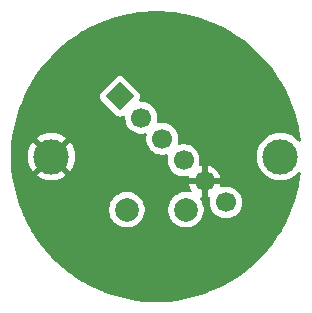
<source format=gbr>
%TF.GenerationSoftware,KiCad,Pcbnew,9.0.6-9.0.6~ubuntu24.04.1*%
%TF.CreationDate,2025-12-16T20:38:12-08:00*%
%TF.ProjectId,Shy_Beeper,5368795f-4265-4657-9065-722e6b696361,rev?*%
%TF.SameCoordinates,Original*%
%TF.FileFunction,Copper,L1,Top*%
%TF.FilePolarity,Positive*%
%FSLAX46Y46*%
G04 Gerber Fmt 4.6, Leading zero omitted, Abs format (unit mm)*
G04 Created by KiCad (PCBNEW 9.0.6-9.0.6~ubuntu24.04.1) date 2025-12-16 20:38:12*
%MOMM*%
%LPD*%
G01*
G04 APERTURE LIST*
G04 Aperture macros list*
%AMRotRect*
0 Rectangle, with rotation*
0 The origin of the aperture is its center*
0 $1 length*
0 $2 width*
0 $3 Rotation angle, in degrees counterclockwise*
0 Add horizontal line*
21,1,$1,$2,0,0,$3*%
G04 Aperture macros list end*
%TA.AperFunction,ComponentPad*%
%ADD10RotRect,1.700000X1.700000X45.000000*%
%TD*%
%TA.AperFunction,ComponentPad*%
%ADD11C,1.700000*%
%TD*%
%TA.AperFunction,ComponentPad*%
%ADD12C,2.000000*%
%TD*%
%TA.AperFunction,ComponentPad*%
%ADD13C,3.000000*%
%TD*%
%TA.AperFunction,ViaPad*%
%ADD14C,0.600000*%
%TD*%
G04 APERTURE END LIST*
D10*
%TO.P,J1,1,Pin_1*%
%TO.N,/MOSI*%
X146907898Y-94907898D03*
D11*
%TO.P,J1,2,Pin_2*%
%TO.N,/MISO*%
X148703949Y-96703949D03*
%TO.P,J1,3,Pin_3*%
%TO.N,/SCK*%
X150500000Y-98500000D03*
%TO.P,J1,4,Pin_4*%
%TO.N,/SS*%
X152296052Y-100296052D03*
%TO.P,J1,5,Pin_5*%
%TO.N,GND*%
X154092103Y-102092103D03*
%TO.P,J1,6,Pin_6*%
%TO.N,+3V0*%
X155888154Y-103888154D03*
%TD*%
D12*
%TO.P,BZ1,2*%
%TO.N,Net-(U1-PB4)*%
X147500000Y-104500000D03*
%TO.P,BZ1,1*%
%TO.N,Net-(U1-PB3)*%
X152500000Y-104500000D03*
%TD*%
D13*
%TO.P,BT1,1,+*%
%TO.N,+3V0*%
X160500000Y-100000000D03*
%TO.P,BT1,2,-*%
%TO.N,GND*%
X141100000Y-100000000D03*
%TD*%
D14*
%TO.N,GND*%
X145000000Y-110000000D03*
X147500000Y-110000000D03*
X150000000Y-110000000D03*
X152500000Y-110000000D03*
X155000000Y-110000000D03*
X160000000Y-102500000D03*
X160000000Y-105000000D03*
X157500000Y-105000000D03*
X157500000Y-107500000D03*
X155000000Y-107500000D03*
X152500000Y-107500000D03*
X150000000Y-107500000D03*
X147500000Y-107500000D03*
X145000000Y-107500000D03*
X142500000Y-107500000D03*
X140000000Y-105000000D03*
X142500000Y-105000000D03*
X145000000Y-105000000D03*
X147500000Y-102500000D03*
X150000000Y-102500000D03*
X150000000Y-100000000D03*
X147500000Y-100000000D03*
X145000000Y-100000000D03*
X145000000Y-102500000D03*
X142500000Y-102500000D03*
X140000000Y-102500000D03*
X140000000Y-97500000D03*
X155000000Y-90000000D03*
X152500000Y-90000000D03*
X145000000Y-90000000D03*
X145000000Y-92500000D03*
X145000000Y-97500000D03*
X153882737Y-99149932D03*
X154627303Y-99559785D03*
%TD*%
%TA.AperFunction,Conductor*%
%TO.N,GND*%
G36*
X150348960Y-87686541D02*
G01*
X151031916Y-87724894D01*
X151038832Y-87725478D01*
X151718572Y-87802067D01*
X151725404Y-87803031D01*
X152399824Y-87917620D01*
X152406578Y-87918963D01*
X153073496Y-88071182D01*
X153080189Y-88072908D01*
X153737516Y-88262281D01*
X153744111Y-88264384D01*
X154389778Y-88490311D01*
X154396242Y-88492779D01*
X155028215Y-88754551D01*
X155034547Y-88757384D01*
X155650839Y-89054175D01*
X155657010Y-89057363D01*
X156255680Y-89388237D01*
X156261671Y-89391771D01*
X156840845Y-89755690D01*
X156846622Y-89759550D01*
X157404506Y-90155389D01*
X157410030Y-90159546D01*
X157944838Y-90586042D01*
X157950132Y-90590513D01*
X158460186Y-91046324D01*
X158465240Y-91051103D01*
X158948896Y-91534759D01*
X158953675Y-91539813D01*
X159409478Y-92049857D01*
X159413960Y-92055165D01*
X159840448Y-92589963D01*
X159844623Y-92595510D01*
X160240445Y-93153371D01*
X160244309Y-93159154D01*
X160608228Y-93738328D01*
X160611762Y-93744319D01*
X160942636Y-94342989D01*
X160945828Y-94349168D01*
X161242611Y-94965444D01*
X161245452Y-94971793D01*
X161507213Y-95603740D01*
X161509694Y-95610239D01*
X161735610Y-96255872D01*
X161737722Y-96262498D01*
X161927086Y-96919793D01*
X161928823Y-96926528D01*
X162052841Y-97469890D01*
X162081028Y-97593383D01*
X162082385Y-97600205D01*
X162196964Y-98274568D01*
X162197936Y-98281456D01*
X162233197Y-98594409D01*
X162221143Y-98663230D01*
X162173793Y-98714610D01*
X162106183Y-98732234D01*
X162039777Y-98710507D01*
X162011605Y-98683782D01*
X162007282Y-98678149D01*
X162007278Y-98678145D01*
X162007275Y-98678141D01*
X161821860Y-98492726D01*
X161821851Y-98492718D01*
X161613803Y-98333075D01*
X161386700Y-98201958D01*
X161386690Y-98201953D01*
X161144428Y-98101605D01*
X161144421Y-98101603D01*
X161144419Y-98101602D01*
X160891116Y-98033730D01*
X160833339Y-98026123D01*
X160631127Y-97999500D01*
X160631120Y-97999500D01*
X160368880Y-97999500D01*
X160368872Y-97999500D01*
X160137772Y-98029926D01*
X160108884Y-98033730D01*
X159855581Y-98101602D01*
X159855571Y-98101605D01*
X159613309Y-98201953D01*
X159613299Y-98201958D01*
X159386196Y-98333075D01*
X159178148Y-98492718D01*
X158992718Y-98678148D01*
X158833075Y-98886196D01*
X158701958Y-99113299D01*
X158701953Y-99113309D01*
X158601605Y-99355571D01*
X158601602Y-99355581D01*
X158533730Y-99608884D01*
X158533716Y-99608990D01*
X158499500Y-99868872D01*
X158499500Y-100131127D01*
X158526123Y-100333339D01*
X158533730Y-100391116D01*
X158595656Y-100622228D01*
X158601602Y-100644418D01*
X158601605Y-100644428D01*
X158701953Y-100886690D01*
X158701958Y-100886700D01*
X158833075Y-101113803D01*
X158992718Y-101321851D01*
X158992726Y-101321860D01*
X159178140Y-101507274D01*
X159178148Y-101507281D01*
X159386196Y-101666924D01*
X159613299Y-101798041D01*
X159613309Y-101798046D01*
X159855571Y-101898394D01*
X159855581Y-101898398D01*
X160108884Y-101966270D01*
X160357188Y-101998960D01*
X160365074Y-101999999D01*
X160368880Y-102000500D01*
X160368887Y-102000500D01*
X160631113Y-102000500D01*
X160631120Y-102000500D01*
X160891116Y-101966270D01*
X161144419Y-101898398D01*
X161386697Y-101798043D01*
X161613803Y-101666924D01*
X161821851Y-101507282D01*
X161821855Y-101507277D01*
X161821860Y-101507274D01*
X162007274Y-101321860D01*
X162007278Y-101321855D01*
X162007282Y-101321851D01*
X162011600Y-101316223D01*
X162068024Y-101275020D01*
X162137770Y-101270862D01*
X162198692Y-101305071D01*
X162231447Y-101366787D01*
X162233197Y-101405590D01*
X162197936Y-101718543D01*
X162196964Y-101725431D01*
X162082385Y-102399794D01*
X162081028Y-102406612D01*
X162046469Y-102558028D01*
X161928823Y-103073471D01*
X161927086Y-103080206D01*
X161737722Y-103737501D01*
X161735610Y-103744127D01*
X161509694Y-104389760D01*
X161507213Y-104396259D01*
X161245452Y-105028206D01*
X161242611Y-105034555D01*
X160945828Y-105650831D01*
X160942636Y-105657010D01*
X160611762Y-106255680D01*
X160608228Y-106261671D01*
X160244309Y-106840845D01*
X160240445Y-106846628D01*
X159844623Y-107404489D01*
X159840440Y-107410047D01*
X159413965Y-107944828D01*
X159409478Y-107950142D01*
X158953675Y-108460186D01*
X158948896Y-108465240D01*
X158465240Y-108948896D01*
X158460186Y-108953675D01*
X157950142Y-109409478D01*
X157944828Y-109413965D01*
X157410047Y-109840440D01*
X157404489Y-109844623D01*
X156846628Y-110240445D01*
X156840845Y-110244309D01*
X156261671Y-110608228D01*
X156255680Y-110611762D01*
X155657010Y-110942636D01*
X155650831Y-110945828D01*
X155034555Y-111242611D01*
X155028206Y-111245452D01*
X154396259Y-111507213D01*
X154389760Y-111509694D01*
X153744127Y-111735610D01*
X153737501Y-111737722D01*
X153080206Y-111927086D01*
X153073471Y-111928823D01*
X152406616Y-112081028D01*
X152399794Y-112082385D01*
X151725431Y-112196964D01*
X151718544Y-112197936D01*
X151038839Y-112274520D01*
X151031908Y-112275105D01*
X150348960Y-112313459D01*
X150342007Y-112313654D01*
X149657993Y-112313654D01*
X149651040Y-112313459D01*
X148968091Y-112275105D01*
X148961160Y-112274520D01*
X148281455Y-112197936D01*
X148274568Y-112196964D01*
X147937386Y-112139674D01*
X147600202Y-112082384D01*
X147593394Y-112081030D01*
X146926528Y-111928823D01*
X146919793Y-111927086D01*
X146262498Y-111737722D01*
X146255872Y-111735610D01*
X145610239Y-111509694D01*
X145603740Y-111507213D01*
X144971793Y-111245452D01*
X144965444Y-111242611D01*
X144349168Y-110945828D01*
X144342989Y-110942636D01*
X143744319Y-110611762D01*
X143738328Y-110608228D01*
X143159154Y-110244309D01*
X143153371Y-110240445D01*
X142744956Y-109950660D01*
X142595499Y-109844614D01*
X142589963Y-109840448D01*
X142055165Y-109413960D01*
X142049857Y-109409478D01*
X141539813Y-108953675D01*
X141534759Y-108948896D01*
X141051103Y-108465240D01*
X141046324Y-108460186D01*
X140590521Y-107950142D01*
X140586034Y-107944828D01*
X140159546Y-107410030D01*
X140155389Y-107404506D01*
X139759550Y-106846622D01*
X139755690Y-106840845D01*
X139753530Y-106837408D01*
X139631800Y-106643676D01*
X139391771Y-106261671D01*
X139388237Y-106255680D01*
X139057363Y-105657010D01*
X139054171Y-105650831D01*
X139051130Y-105644517D01*
X138757384Y-105034547D01*
X138754547Y-105028206D01*
X138709005Y-104918258D01*
X138492784Y-104396254D01*
X138490311Y-104389778D01*
X138487555Y-104381902D01*
X145999500Y-104381902D01*
X145999500Y-104618097D01*
X146036446Y-104851368D01*
X146109433Y-105075996D01*
X146192312Y-105238654D01*
X146216657Y-105286433D01*
X146355483Y-105477510D01*
X146522490Y-105644517D01*
X146713567Y-105783343D01*
X146812991Y-105834002D01*
X146924003Y-105890566D01*
X146924005Y-105890566D01*
X146924008Y-105890568D01*
X147044412Y-105929689D01*
X147148631Y-105963553D01*
X147381903Y-106000500D01*
X147381908Y-106000500D01*
X147618097Y-106000500D01*
X147851368Y-105963553D01*
X148075992Y-105890568D01*
X148286433Y-105783343D01*
X148477510Y-105644517D01*
X148644517Y-105477510D01*
X148783343Y-105286433D01*
X148890568Y-105075992D01*
X148963553Y-104851368D01*
X148976767Y-104767940D01*
X149000500Y-104618097D01*
X149000500Y-104381902D01*
X148963553Y-104148631D01*
X148890566Y-103924003D01*
X148834002Y-103812991D01*
X148783343Y-103713567D01*
X148644517Y-103522490D01*
X148477510Y-103355483D01*
X148286433Y-103216657D01*
X148075996Y-103109433D01*
X147851368Y-103036446D01*
X147618097Y-102999500D01*
X147618092Y-102999500D01*
X147381908Y-102999500D01*
X147381903Y-102999500D01*
X147148631Y-103036446D01*
X146924003Y-103109433D01*
X146713566Y-103216657D01*
X146604550Y-103295862D01*
X146522490Y-103355483D01*
X146522488Y-103355485D01*
X146522487Y-103355485D01*
X146355485Y-103522487D01*
X146355485Y-103522488D01*
X146355483Y-103522490D01*
X146319574Y-103571914D01*
X146216657Y-103713566D01*
X146109433Y-103924003D01*
X146036446Y-104148631D01*
X145999500Y-104381902D01*
X138487555Y-104381902D01*
X138264384Y-103744111D01*
X138262277Y-103737501D01*
X138072908Y-103080189D01*
X138071182Y-103073496D01*
X137918963Y-102406578D01*
X137917620Y-102399824D01*
X137803031Y-101725404D01*
X137802067Y-101718572D01*
X137725478Y-101038832D01*
X137724894Y-101031908D01*
X137724602Y-101026714D01*
X137686541Y-100348960D01*
X137686346Y-100342007D01*
X137686346Y-99868905D01*
X139100000Y-99868905D01*
X139100000Y-100131094D01*
X139134220Y-100391009D01*
X139134222Y-100391020D01*
X139202075Y-100644255D01*
X139302404Y-100886471D01*
X139302409Y-100886482D01*
X139433488Y-101113516D01*
X139433494Y-101113524D01*
X139520080Y-101226365D01*
X140617037Y-100129408D01*
X140634075Y-100192993D01*
X140699901Y-100307007D01*
X140792993Y-100400099D01*
X140907007Y-100465925D01*
X140970590Y-100482962D01*
X139873633Y-101579917D01*
X139873633Y-101579918D01*
X139986475Y-101666505D01*
X139986483Y-101666511D01*
X140213517Y-101797590D01*
X140213528Y-101797595D01*
X140455744Y-101897924D01*
X140708979Y-101965777D01*
X140708990Y-101965779D01*
X140968905Y-101999999D01*
X140968920Y-102000000D01*
X141231080Y-102000000D01*
X141231094Y-101999999D01*
X141491009Y-101965779D01*
X141491020Y-101965777D01*
X141744255Y-101897924D01*
X141986471Y-101797595D01*
X141986482Y-101797590D01*
X142213516Y-101666511D01*
X142213534Y-101666499D01*
X142326365Y-101579919D01*
X142326365Y-101579917D01*
X141229409Y-100482962D01*
X141292993Y-100465925D01*
X141407007Y-100400099D01*
X141500099Y-100307007D01*
X141565925Y-100192993D01*
X141582962Y-100129410D01*
X142679917Y-101226365D01*
X142679919Y-101226365D01*
X142766499Y-101113534D01*
X142766511Y-101113516D01*
X142897590Y-100886482D01*
X142897595Y-100886471D01*
X142997924Y-100644255D01*
X143065777Y-100391020D01*
X143065779Y-100391009D01*
X143099999Y-100131094D01*
X143100000Y-100131080D01*
X143100000Y-99868919D01*
X143099999Y-99868905D01*
X143065779Y-99608990D01*
X143065777Y-99608979D01*
X142997924Y-99355744D01*
X142897595Y-99113528D01*
X142897590Y-99113517D01*
X142766511Y-98886483D01*
X142766505Y-98886475D01*
X142679918Y-98773633D01*
X142679917Y-98773633D01*
X141582962Y-99870588D01*
X141565925Y-99807007D01*
X141500099Y-99692993D01*
X141407007Y-99599901D01*
X141292993Y-99534075D01*
X141229407Y-99517037D01*
X142326365Y-98420080D01*
X142213524Y-98333494D01*
X142213516Y-98333488D01*
X141986482Y-98202409D01*
X141986471Y-98202404D01*
X141744255Y-98102075D01*
X141491020Y-98034222D01*
X141491009Y-98034220D01*
X141231094Y-98000000D01*
X140968905Y-98000000D01*
X140708990Y-98034220D01*
X140708979Y-98034222D01*
X140455744Y-98102075D01*
X140213528Y-98202404D01*
X140213517Y-98202409D01*
X139986471Y-98333496D01*
X139873633Y-98420079D01*
X139873633Y-98420080D01*
X140970590Y-99517037D01*
X140907007Y-99534075D01*
X140792993Y-99599901D01*
X140699901Y-99692993D01*
X140634075Y-99807007D01*
X140617037Y-99870590D01*
X139520080Y-98773633D01*
X139520079Y-98773633D01*
X139433496Y-98886471D01*
X139302409Y-99113517D01*
X139302404Y-99113528D01*
X139202075Y-99355744D01*
X139134222Y-99608979D01*
X139134220Y-99608990D01*
X139100000Y-99868905D01*
X137686346Y-99868905D01*
X137686346Y-99657992D01*
X137686541Y-99651039D01*
X137690068Y-99588231D01*
X137724894Y-98968080D01*
X137725479Y-98961161D01*
X137802067Y-98281422D01*
X137803030Y-98274600D01*
X137917621Y-97600168D01*
X137918961Y-97593428D01*
X138071184Y-96926495D01*
X138072906Y-96919819D01*
X138262284Y-96262473D01*
X138264380Y-96255898D01*
X138490316Y-95610209D01*
X138492774Y-95603768D01*
X138754556Y-94971771D01*
X138757378Y-94965465D01*
X138785101Y-94907898D01*
X145200170Y-94907898D01*
X145220650Y-95050353D01*
X145220651Y-95050357D01*
X145280437Y-95181268D01*
X145280438Y-95181269D01*
X145280439Y-95181271D01*
X145318058Y-95227954D01*
X145318061Y-95227957D01*
X145318066Y-95227963D01*
X146405646Y-96315540D01*
X146587842Y-96497736D01*
X146587846Y-96497739D01*
X146587848Y-96497741D01*
X146634524Y-96535357D01*
X146765438Y-96595144D01*
X146765439Y-96595144D01*
X146765441Y-96595145D01*
X146907898Y-96615626D01*
X147050355Y-96595145D01*
X147073242Y-96584692D01*
X147177937Y-96536880D01*
X147247096Y-96526936D01*
X147310651Y-96555961D01*
X147348426Y-96614739D01*
X147353449Y-96649674D01*
X147353449Y-96810235D01*
X147386701Y-97020184D01*
X147386703Y-97020192D01*
X147439523Y-97182755D01*
X147452393Y-97222363D01*
X147548900Y-97411769D01*
X147673839Y-97583735D01*
X147824162Y-97734058D01*
X147996128Y-97858997D01*
X147996130Y-97858998D01*
X147996133Y-97859000D01*
X148185537Y-97955506D01*
X148387706Y-98021195D01*
X148597662Y-98054449D01*
X148597663Y-98054449D01*
X148810235Y-98054449D01*
X148810236Y-98054449D01*
X149020192Y-98021195D01*
X149029539Y-98018157D01*
X149099374Y-98016157D01*
X149159210Y-98052232D01*
X149190043Y-98114931D01*
X149185795Y-98174394D01*
X149182755Y-98183751D01*
X149182753Y-98183759D01*
X149149500Y-98393713D01*
X149149500Y-98606286D01*
X149182753Y-98816239D01*
X149182753Y-98816241D01*
X149182754Y-98816243D01*
X149237209Y-98983839D01*
X149248444Y-99018414D01*
X149344951Y-99207820D01*
X149469890Y-99379786D01*
X149620213Y-99530109D01*
X149792179Y-99655048D01*
X149792181Y-99655049D01*
X149792184Y-99655051D01*
X149981588Y-99751557D01*
X150183757Y-99817246D01*
X150393713Y-99850500D01*
X150393714Y-99850500D01*
X150606286Y-99850500D01*
X150606287Y-99850500D01*
X150816243Y-99817246D01*
X150825593Y-99814207D01*
X150895432Y-99812209D01*
X150955266Y-99848287D01*
X150986097Y-99910987D01*
X150981847Y-99970450D01*
X150978805Y-99979812D01*
X150954839Y-100131127D01*
X150945552Y-100189765D01*
X150945552Y-100402339D01*
X150978806Y-100612295D01*
X151033452Y-100780478D01*
X151044496Y-100814466D01*
X151141003Y-101003872D01*
X151265942Y-101175838D01*
X151416265Y-101326161D01*
X151588231Y-101451100D01*
X151588233Y-101451101D01*
X151588236Y-101451103D01*
X151777640Y-101547609D01*
X151979809Y-101613298D01*
X152189765Y-101646552D01*
X152189766Y-101646552D01*
X152402338Y-101646552D01*
X152402339Y-101646552D01*
X152612295Y-101613298D01*
X152622232Y-101610068D01*
X152692073Y-101608072D01*
X152751906Y-101644152D01*
X152782736Y-101706852D01*
X152778484Y-101766314D01*
X152775346Y-101775972D01*
X152775345Y-101775976D01*
X152764872Y-101842103D01*
X153659091Y-101842103D01*
X153626178Y-101899110D01*
X153592103Y-102026277D01*
X153592103Y-102157929D01*
X153626178Y-102285096D01*
X153659091Y-102342103D01*
X152764872Y-102342103D01*
X152775345Y-102408229D01*
X152775345Y-102408232D01*
X152841007Y-102610320D01*
X152937482Y-102799660D01*
X152967125Y-102840461D01*
X152990605Y-102906267D01*
X152974779Y-102974321D01*
X152924674Y-103023016D01*
X152856195Y-103036891D01*
X152847409Y-103035819D01*
X152618097Y-102999500D01*
X152618092Y-102999500D01*
X152381908Y-102999500D01*
X152381903Y-102999500D01*
X152148631Y-103036446D01*
X151924003Y-103109433D01*
X151713566Y-103216657D01*
X151604550Y-103295862D01*
X151522490Y-103355483D01*
X151522488Y-103355485D01*
X151522487Y-103355485D01*
X151355485Y-103522487D01*
X151355485Y-103522488D01*
X151355483Y-103522490D01*
X151319574Y-103571914D01*
X151216657Y-103713566D01*
X151109433Y-103924003D01*
X151036446Y-104148631D01*
X150999500Y-104381902D01*
X150999500Y-104618097D01*
X151036446Y-104851368D01*
X151109433Y-105075996D01*
X151192312Y-105238654D01*
X151216657Y-105286433D01*
X151355483Y-105477510D01*
X151522490Y-105644517D01*
X151713567Y-105783343D01*
X151812991Y-105834002D01*
X151924003Y-105890566D01*
X151924005Y-105890566D01*
X151924008Y-105890568D01*
X152044412Y-105929689D01*
X152148631Y-105963553D01*
X152381903Y-106000500D01*
X152381908Y-106000500D01*
X152618097Y-106000500D01*
X152851368Y-105963553D01*
X153075992Y-105890568D01*
X153286433Y-105783343D01*
X153477510Y-105644517D01*
X153644517Y-105477510D01*
X153783343Y-105286433D01*
X153890568Y-105075992D01*
X153963553Y-104851368D01*
X153976767Y-104767940D01*
X154000500Y-104618097D01*
X154000500Y-104381902D01*
X153963553Y-104148631D01*
X153890566Y-103924003D01*
X153834002Y-103812991D01*
X153783343Y-103713567D01*
X153710090Y-103612744D01*
X153686611Y-103546938D01*
X153702436Y-103478884D01*
X153752542Y-103430189D01*
X153821020Y-103416314D01*
X153829808Y-103417386D01*
X153842103Y-103419333D01*
X153842103Y-102525115D01*
X153899110Y-102558028D01*
X154026277Y-102592103D01*
X154157929Y-102592103D01*
X154285096Y-102558028D01*
X154342103Y-102525115D01*
X154342103Y-103419333D01*
X154408227Y-103408861D01*
X154417881Y-103405724D01*
X154487722Y-103403725D01*
X154547557Y-103439802D01*
X154578389Y-103502501D01*
X154574140Y-103561963D01*
X154570907Y-103571914D01*
X154537654Y-103781867D01*
X154537654Y-103994440D01*
X154562075Y-104148632D01*
X154570908Y-104204397D01*
X154631136Y-104389760D01*
X154636598Y-104406568D01*
X154733105Y-104595974D01*
X154858044Y-104767940D01*
X155008367Y-104918263D01*
X155180333Y-105043202D01*
X155180335Y-105043203D01*
X155180338Y-105043205D01*
X155369742Y-105139711D01*
X155571911Y-105205400D01*
X155781867Y-105238654D01*
X155781868Y-105238654D01*
X155994440Y-105238654D01*
X155994441Y-105238654D01*
X156204397Y-105205400D01*
X156406566Y-105139711D01*
X156595970Y-105043205D01*
X156644716Y-105007789D01*
X156767940Y-104918263D01*
X156767942Y-104918260D01*
X156767946Y-104918258D01*
X156918258Y-104767946D01*
X156918260Y-104767942D01*
X156918263Y-104767940D01*
X157043202Y-104595974D01*
X157043201Y-104595974D01*
X157043205Y-104595970D01*
X157139711Y-104406566D01*
X157205400Y-104204397D01*
X157238654Y-103994441D01*
X157238654Y-103781867D01*
X157205400Y-103571911D01*
X157139711Y-103369742D01*
X157043205Y-103180338D01*
X157043203Y-103180335D01*
X157043202Y-103180333D01*
X156918263Y-103008367D01*
X156767940Y-102858044D01*
X156595974Y-102733105D01*
X156406568Y-102636598D01*
X156406567Y-102636597D01*
X156406566Y-102636597D01*
X156204397Y-102570908D01*
X156204395Y-102570907D01*
X156204394Y-102570907D01*
X156009543Y-102540046D01*
X155994441Y-102537654D01*
X155781867Y-102537654D01*
X155766765Y-102540046D01*
X155571914Y-102570907D01*
X155561963Y-102574140D01*
X155492122Y-102576130D01*
X155432292Y-102540046D01*
X155401468Y-102477343D01*
X155405724Y-102417881D01*
X155408861Y-102408227D01*
X155419334Y-102342103D01*
X154525115Y-102342103D01*
X154558028Y-102285096D01*
X154592103Y-102157929D01*
X154592103Y-102026277D01*
X154558028Y-101899110D01*
X154525115Y-101842103D01*
X155419334Y-101842103D01*
X155408860Y-101775976D01*
X155408860Y-101775973D01*
X155343198Y-101573885D01*
X155246723Y-101384545D01*
X155121830Y-101212643D01*
X155121826Y-101212638D01*
X154971567Y-101062379D01*
X154971562Y-101062375D01*
X154799660Y-100937482D01*
X154610318Y-100841006D01*
X154408227Y-100775344D01*
X154342103Y-100764871D01*
X154342103Y-101659091D01*
X154285096Y-101626178D01*
X154157929Y-101592103D01*
X154026277Y-101592103D01*
X153899110Y-101626178D01*
X153842103Y-101659091D01*
X153842103Y-100809557D01*
X153703910Y-100782191D01*
X153700413Y-100780365D01*
X153696472Y-100780478D01*
X153669698Y-100764332D01*
X153641971Y-100749858D01*
X153640016Y-100746432D01*
X153636640Y-100744396D01*
X153622844Y-100716336D01*
X153607346Y-100689172D01*
X153607553Y-100685233D01*
X153605814Y-100681695D01*
X153610068Y-100622234D01*
X153613298Y-100612295D01*
X153646552Y-100402339D01*
X153646552Y-100189765D01*
X153613298Y-99979809D01*
X153547609Y-99777640D01*
X153451103Y-99588236D01*
X153451101Y-99588233D01*
X153451100Y-99588231D01*
X153326161Y-99416265D01*
X153175838Y-99265942D01*
X153003872Y-99141003D01*
X152814466Y-99044496D01*
X152814465Y-99044495D01*
X152814464Y-99044495D01*
X152612295Y-98978806D01*
X152612293Y-98978805D01*
X152612292Y-98978805D01*
X152416254Y-98947756D01*
X152402339Y-98945552D01*
X152189765Y-98945552D01*
X152175850Y-98947756D01*
X151979812Y-98978805D01*
X151970450Y-98981847D01*
X151900609Y-98983839D01*
X151840778Y-98947756D01*
X151809952Y-98885054D01*
X151814207Y-98825593D01*
X151817246Y-98816243D01*
X151850500Y-98606287D01*
X151850500Y-98393713D01*
X151817246Y-98183757D01*
X151751557Y-97981588D01*
X151655051Y-97792184D01*
X151655049Y-97792181D01*
X151655048Y-97792179D01*
X151530109Y-97620213D01*
X151379786Y-97469890D01*
X151207820Y-97344951D01*
X151018414Y-97248444D01*
X151018413Y-97248443D01*
X151018412Y-97248443D01*
X150816243Y-97182754D01*
X150816241Y-97182753D01*
X150816240Y-97182753D01*
X150654957Y-97157208D01*
X150606287Y-97149500D01*
X150393713Y-97149500D01*
X150354202Y-97155757D01*
X150183759Y-97182753D01*
X150183751Y-97182755D01*
X150174394Y-97185795D01*
X150104553Y-97187785D01*
X150044723Y-97151699D01*
X150013900Y-97088995D01*
X150018157Y-97029540D01*
X150021195Y-97020192D01*
X150054449Y-96810236D01*
X150054449Y-96597662D01*
X150021195Y-96387706D01*
X149955506Y-96185537D01*
X149859000Y-95996133D01*
X149858998Y-95996130D01*
X149858997Y-95996128D01*
X149734058Y-95824162D01*
X149583735Y-95673839D01*
X149411769Y-95548900D01*
X149222363Y-95452393D01*
X149222362Y-95452392D01*
X149222361Y-95452392D01*
X149020192Y-95386703D01*
X149020190Y-95386702D01*
X149020189Y-95386702D01*
X148858906Y-95361157D01*
X148810236Y-95353449D01*
X148649674Y-95353449D01*
X148582635Y-95333764D01*
X148536880Y-95280960D01*
X148526936Y-95211802D01*
X148536880Y-95177937D01*
X148595144Y-95050357D01*
X148595143Y-95050357D01*
X148595145Y-95050355D01*
X148615626Y-94907898D01*
X148595145Y-94765441D01*
X148535357Y-94634525D01*
X148497738Y-94587842D01*
X148497733Y-94587837D01*
X148497729Y-94587832D01*
X147227957Y-93318063D01*
X147227951Y-93318058D01*
X147227947Y-93318054D01*
X147181271Y-93280438D01*
X147050357Y-93220651D01*
X147050353Y-93220650D01*
X146907898Y-93200170D01*
X146765442Y-93220650D01*
X146765438Y-93220651D01*
X146634527Y-93280437D01*
X146587832Y-93318066D01*
X145318063Y-94587838D01*
X145318054Y-94587848D01*
X145280438Y-94634524D01*
X145220651Y-94765438D01*
X145220650Y-94765442D01*
X145200170Y-94907898D01*
X138785101Y-94907898D01*
X139054182Y-94349145D01*
X139057351Y-94343011D01*
X139388238Y-93744316D01*
X139391771Y-93738328D01*
X139755705Y-93159131D01*
X139759538Y-93153394D01*
X140155401Y-92595475D01*
X140159533Y-92589986D01*
X140586056Y-92055143D01*
X140590497Y-92049884D01*
X141046340Y-91539795D01*
X141051085Y-91534777D01*
X141534777Y-91051085D01*
X141539795Y-91046340D01*
X142049884Y-90590497D01*
X142055143Y-90586056D01*
X142589986Y-90159533D01*
X142595475Y-90155401D01*
X143153394Y-89759538D01*
X143159131Y-89755705D01*
X143738330Y-89391769D01*
X143744319Y-89388237D01*
X144343011Y-89057351D01*
X144349145Y-89054182D01*
X144965465Y-88757378D01*
X144971771Y-88754556D01*
X145603768Y-88492774D01*
X145610209Y-88490316D01*
X146255898Y-88264380D01*
X146262473Y-88262284D01*
X146919819Y-88072906D01*
X146926495Y-88071184D01*
X147593428Y-87918961D01*
X147600168Y-87917621D01*
X148274600Y-87803030D01*
X148281422Y-87802067D01*
X148961170Y-87725478D01*
X148968080Y-87724894D01*
X149651040Y-87686541D01*
X149657993Y-87686346D01*
X150342007Y-87686346D01*
X150348960Y-87686541D01*
G37*
%TD.AperFunction*%
%TD*%
M02*

</source>
